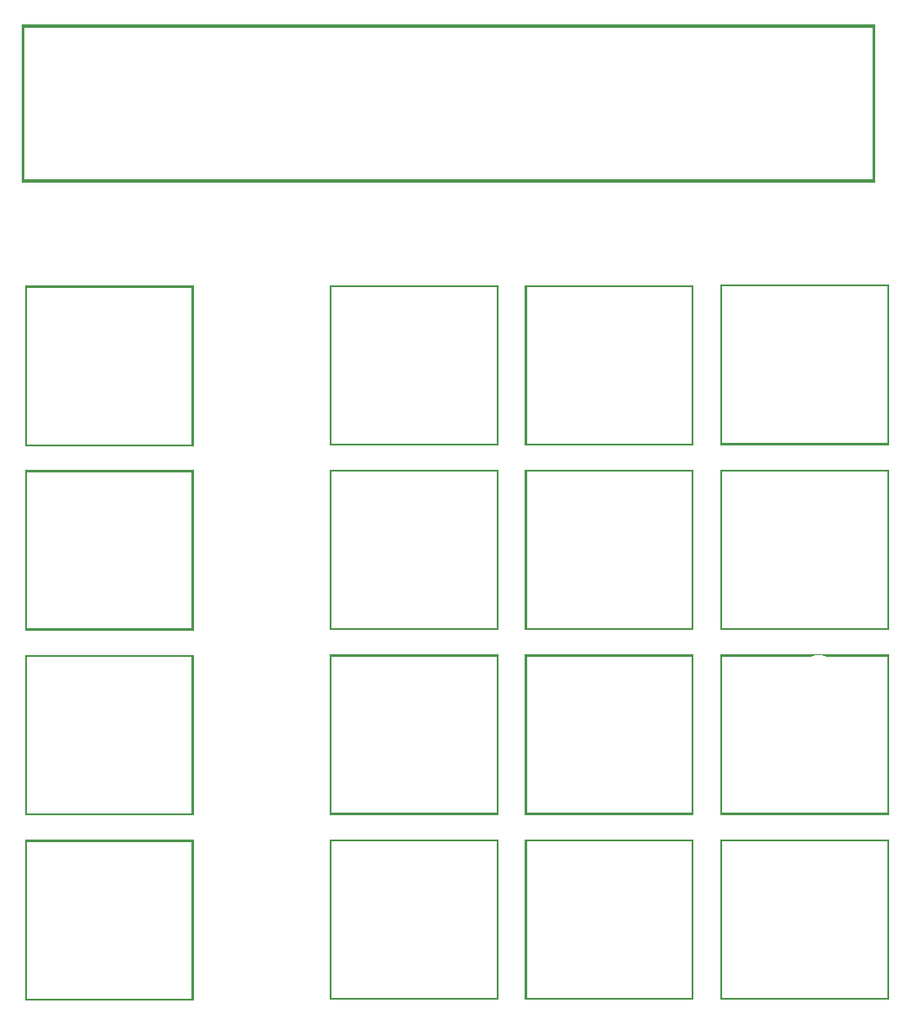
<source format=gbo>
%TF.GenerationSoftware,KiCad,Pcbnew,(5.1.10-1-10_14)*%
%TF.CreationDate,2022-02-09T21:22:39+00:00*%
%TF.ProjectId,RJ21_RJ45_PRIMARY_BREAKOUT,524a3231-5f52-44a3-9435-5f5052494d41,rev?*%
%TF.SameCoordinates,Original*%
%TF.FileFunction,Legend,Bot*%
%TF.FilePolarity,Positive*%
%FSLAX46Y46*%
G04 Gerber Fmt 4.6, Leading zero omitted, Abs format (unit mm)*
G04 Created by KiCad (PCBNEW (5.1.10-1-10_14)) date 2022-02-09 21:22:39*
%MOMM*%
%LPD*%
G01*
G04 APERTURE LIST*
%ADD10C,0.010000*%
%ADD11C,3.200000*%
%ADD12C,3.100000*%
%ADD13C,1.600000*%
%ADD14C,4.500000*%
%ADD15C,1.500000*%
G04 APERTURE END LIST*
D10*
%TO.C,J1*%
G36*
X201745674Y-75402017D02*
G01*
X201745674Y-90938351D01*
X185532007Y-90938351D01*
X185532007Y-90811351D01*
X201639841Y-90811351D01*
X201639841Y-75507851D01*
X185532007Y-75507851D01*
X185532007Y-90811351D01*
X185532007Y-90938351D01*
X185405007Y-90938351D01*
X185405007Y-75402017D01*
X201745674Y-75402017D01*
G37*
X201745674Y-75402017D02*
X201745674Y-90938351D01*
X185532007Y-90938351D01*
X185532007Y-90811351D01*
X201639841Y-90811351D01*
X201639841Y-75507851D01*
X185532007Y-75507851D01*
X185532007Y-90811351D01*
X185532007Y-90938351D01*
X185405007Y-90938351D01*
X185405007Y-75402017D01*
X201745674Y-75402017D01*
%TO.C,J2*%
G36*
X201745674Y-93402017D02*
G01*
X201745674Y-108938351D01*
X185532007Y-108938351D01*
X185532007Y-108811351D01*
X201639841Y-108811351D01*
X201639841Y-93507851D01*
X185532007Y-93507851D01*
X185532007Y-108811351D01*
X185532007Y-108938351D01*
X185405007Y-108938351D01*
X185405007Y-93402017D01*
X201745674Y-93402017D01*
G37*
X201745674Y-93402017D02*
X201745674Y-108938351D01*
X185532007Y-108938351D01*
X185532007Y-108811351D01*
X201639841Y-108811351D01*
X201639841Y-93507851D01*
X185532007Y-93507851D01*
X185532007Y-108811351D01*
X185532007Y-108938351D01*
X185405007Y-108938351D01*
X185405007Y-93402017D01*
X201745674Y-93402017D01*
%TO.C,J3*%
G36*
X201745674Y-111402017D02*
G01*
X201745674Y-126938351D01*
X185532007Y-126938351D01*
X185532007Y-126811351D01*
X201639841Y-126811351D01*
X201639841Y-111507851D01*
X185532007Y-111507851D01*
X185532007Y-126811351D01*
X185532007Y-126938351D01*
X185405007Y-126938351D01*
X185405007Y-111402017D01*
X201745674Y-111402017D01*
G37*
X201745674Y-111402017D02*
X201745674Y-126938351D01*
X185532007Y-126938351D01*
X185532007Y-126811351D01*
X201639841Y-126811351D01*
X201639841Y-111507851D01*
X185532007Y-111507851D01*
X185532007Y-126811351D01*
X185532007Y-126938351D01*
X185405007Y-126938351D01*
X185405007Y-111402017D01*
X201745674Y-111402017D01*
%TO.C,J4*%
G36*
X201745674Y-129402017D02*
G01*
X201745674Y-144938351D01*
X185532007Y-144938351D01*
X185532007Y-144811351D01*
X201639841Y-144811351D01*
X201639841Y-129507851D01*
X185532007Y-129507851D01*
X185532007Y-144811351D01*
X185532007Y-144938351D01*
X185405007Y-144938351D01*
X185405007Y-129402017D01*
X201745674Y-129402017D01*
G37*
X201745674Y-129402017D02*
X201745674Y-144938351D01*
X185532007Y-144938351D01*
X185532007Y-144811351D01*
X201639841Y-144811351D01*
X201639841Y-129507851D01*
X185532007Y-129507851D01*
X185532007Y-144811351D01*
X185532007Y-144938351D01*
X185405007Y-144938351D01*
X185405007Y-129402017D01*
X201745674Y-129402017D01*
%TO.C,J5*%
G36*
X182745674Y-75472017D02*
G01*
X182745674Y-91008351D01*
X166532007Y-91008351D01*
X166532007Y-90881351D01*
X182639841Y-90881351D01*
X182639841Y-75577851D01*
X166532007Y-75577851D01*
X166532007Y-90881351D01*
X166532007Y-91008351D01*
X166405007Y-91008351D01*
X166405007Y-75472017D01*
X182745674Y-75472017D01*
G37*
X182745674Y-75472017D02*
X182745674Y-91008351D01*
X166532007Y-91008351D01*
X166532007Y-90881351D01*
X182639841Y-90881351D01*
X182639841Y-75577851D01*
X166532007Y-75577851D01*
X166532007Y-90881351D01*
X166532007Y-91008351D01*
X166405007Y-91008351D01*
X166405007Y-75472017D01*
X182745674Y-75472017D01*
%TO.C,J6*%
G36*
X182745674Y-93402017D02*
G01*
X182745674Y-108938351D01*
X166532007Y-108938351D01*
X166532007Y-108811351D01*
X182639841Y-108811351D01*
X182639841Y-93507851D01*
X166532007Y-93507851D01*
X166532007Y-108811351D01*
X166532007Y-108938351D01*
X166405007Y-108938351D01*
X166405007Y-93402017D01*
X182745674Y-93402017D01*
G37*
X182745674Y-93402017D02*
X182745674Y-108938351D01*
X166532007Y-108938351D01*
X166532007Y-108811351D01*
X182639841Y-108811351D01*
X182639841Y-93507851D01*
X166532007Y-93507851D01*
X166532007Y-108811351D01*
X166532007Y-108938351D01*
X166405007Y-108938351D01*
X166405007Y-93402017D01*
X182745674Y-93402017D01*
%TO.C,J7*%
G36*
X182745674Y-111402017D02*
G01*
X182745674Y-126938351D01*
X166532007Y-126938351D01*
X166532007Y-126811351D01*
X182639841Y-126811351D01*
X182639841Y-111507851D01*
X166532007Y-111507851D01*
X166532007Y-126811351D01*
X166532007Y-126938351D01*
X166405007Y-126938351D01*
X166405007Y-111402017D01*
X182745674Y-111402017D01*
G37*
X182745674Y-111402017D02*
X182745674Y-126938351D01*
X166532007Y-126938351D01*
X166532007Y-126811351D01*
X182639841Y-126811351D01*
X182639841Y-111507851D01*
X166532007Y-111507851D01*
X166532007Y-126811351D01*
X166532007Y-126938351D01*
X166405007Y-126938351D01*
X166405007Y-111402017D01*
X182745674Y-111402017D01*
%TO.C,J8*%
G36*
X182745674Y-129402017D02*
G01*
X182745674Y-144938351D01*
X166532007Y-144938351D01*
X166532007Y-144811351D01*
X182639841Y-144811351D01*
X182639841Y-129507851D01*
X166532007Y-129507851D01*
X166532007Y-144811351D01*
X166532007Y-144938351D01*
X166405007Y-144938351D01*
X166405007Y-129402017D01*
X182745674Y-129402017D01*
G37*
X182745674Y-129402017D02*
X182745674Y-144938351D01*
X166532007Y-144938351D01*
X166532007Y-144811351D01*
X182639841Y-144811351D01*
X182639841Y-129507851D01*
X166532007Y-129507851D01*
X166532007Y-144811351D01*
X166532007Y-144938351D01*
X166405007Y-144938351D01*
X166405007Y-129402017D01*
X182745674Y-129402017D01*
%TO.C,J9*%
G36*
X163745674Y-75472017D02*
G01*
X163745674Y-91008351D01*
X147532007Y-91008351D01*
X147532007Y-90881351D01*
X163639841Y-90881351D01*
X163639841Y-75577851D01*
X147532007Y-75577851D01*
X147532007Y-90881351D01*
X147532007Y-91008351D01*
X147405007Y-91008351D01*
X147405007Y-75472017D01*
X163745674Y-75472017D01*
G37*
X163745674Y-75472017D02*
X163745674Y-91008351D01*
X147532007Y-91008351D01*
X147532007Y-90881351D01*
X163639841Y-90881351D01*
X163639841Y-75577851D01*
X147532007Y-75577851D01*
X147532007Y-90881351D01*
X147532007Y-91008351D01*
X147405007Y-91008351D01*
X147405007Y-75472017D01*
X163745674Y-75472017D01*
%TO.C,J10*%
G36*
X163745674Y-93402017D02*
G01*
X163745674Y-108938351D01*
X147532007Y-108938351D01*
X147532007Y-108811351D01*
X163639841Y-108811351D01*
X163639841Y-93507851D01*
X147532007Y-93507851D01*
X147532007Y-108811351D01*
X147532007Y-108938351D01*
X147405007Y-108938351D01*
X147405007Y-93402017D01*
X163745674Y-93402017D01*
G37*
X163745674Y-93402017D02*
X163745674Y-108938351D01*
X147532007Y-108938351D01*
X147532007Y-108811351D01*
X163639841Y-108811351D01*
X163639841Y-93507851D01*
X147532007Y-93507851D01*
X147532007Y-108811351D01*
X147532007Y-108938351D01*
X147405007Y-108938351D01*
X147405007Y-93402017D01*
X163745674Y-93402017D01*
%TO.C,J11*%
G36*
X163745674Y-111402017D02*
G01*
X163745674Y-126938351D01*
X147532007Y-126938351D01*
X147532007Y-126811351D01*
X163639841Y-126811351D01*
X163639841Y-111507851D01*
X147532007Y-111507851D01*
X147532007Y-126811351D01*
X147532007Y-126938351D01*
X147405007Y-126938351D01*
X147405007Y-111402017D01*
X163745674Y-111402017D01*
G37*
X163745674Y-111402017D02*
X163745674Y-126938351D01*
X147532007Y-126938351D01*
X147532007Y-126811351D01*
X163639841Y-126811351D01*
X163639841Y-111507851D01*
X147532007Y-111507851D01*
X147532007Y-126811351D01*
X147532007Y-126938351D01*
X147405007Y-126938351D01*
X147405007Y-111402017D01*
X163745674Y-111402017D01*
%TO.C,J12*%
G36*
X163745674Y-129402017D02*
G01*
X163745674Y-144938351D01*
X147532007Y-144938351D01*
X147532007Y-144811351D01*
X163639841Y-144811351D01*
X163639841Y-129507851D01*
X147532007Y-129507851D01*
X147532007Y-144811351D01*
X147532007Y-144938351D01*
X147405007Y-144938351D01*
X147405007Y-129402017D01*
X163745674Y-129402017D01*
G37*
X163745674Y-129402017D02*
X163745674Y-144938351D01*
X147532007Y-144938351D01*
X147532007Y-144811351D01*
X163639841Y-144811351D01*
X163639841Y-129507851D01*
X147532007Y-129507851D01*
X147532007Y-144811351D01*
X147532007Y-144938351D01*
X147405007Y-144938351D01*
X147405007Y-129402017D01*
X163745674Y-129402017D01*
%TO.C,J13*%
G36*
X117754326Y-126980685D02*
G01*
X117754326Y-111444351D01*
X133967993Y-111444351D01*
X133967993Y-111571351D01*
X117860159Y-111571351D01*
X117860159Y-126874851D01*
X133967993Y-126874851D01*
X133967993Y-111571351D01*
X133967993Y-111444351D01*
X134094993Y-111444351D01*
X134094993Y-126980685D01*
X117754326Y-126980685D01*
G37*
X117754326Y-126980685D02*
X117754326Y-111444351D01*
X133967993Y-111444351D01*
X133967993Y-111571351D01*
X117860159Y-111571351D01*
X117860159Y-126874851D01*
X133967993Y-126874851D01*
X133967993Y-111571351D01*
X133967993Y-111444351D01*
X134094993Y-111444351D01*
X134094993Y-126980685D01*
X117754326Y-126980685D01*
%TO.C,J14*%
G36*
X117754326Y-108980685D02*
G01*
X117754326Y-93444351D01*
X133967993Y-93444351D01*
X133967993Y-93571351D01*
X117860159Y-93571351D01*
X117860159Y-108874851D01*
X133967993Y-108874851D01*
X133967993Y-93571351D01*
X133967993Y-93444351D01*
X134094993Y-93444351D01*
X134094993Y-108980685D01*
X117754326Y-108980685D01*
G37*
X117754326Y-108980685D02*
X117754326Y-93444351D01*
X133967993Y-93444351D01*
X133967993Y-93571351D01*
X117860159Y-93571351D01*
X117860159Y-108874851D01*
X133967993Y-108874851D01*
X133967993Y-93571351D01*
X133967993Y-93444351D01*
X134094993Y-93444351D01*
X134094993Y-108980685D01*
X117754326Y-108980685D01*
%TO.C,J15*%
G36*
X117754326Y-91050685D02*
G01*
X117754326Y-75514351D01*
X133967993Y-75514351D01*
X133967993Y-75641351D01*
X117860159Y-75641351D01*
X117860159Y-90944851D01*
X133967993Y-90944851D01*
X133967993Y-75641351D01*
X133967993Y-75514351D01*
X134094993Y-75514351D01*
X134094993Y-91050685D01*
X117754326Y-91050685D01*
G37*
X117754326Y-91050685D02*
X117754326Y-75514351D01*
X133967993Y-75514351D01*
X133967993Y-75641351D01*
X117860159Y-75641351D01*
X117860159Y-90944851D01*
X133967993Y-90944851D01*
X133967993Y-75641351D01*
X133967993Y-75514351D01*
X134094993Y-75514351D01*
X134094993Y-91050685D01*
X117754326Y-91050685D01*
%TO.C,J17*%
G36*
X200450164Y-65420160D02*
G01*
X117434497Y-65420160D01*
X117434497Y-50307160D01*
X117646164Y-50307160D01*
X117646164Y-65187327D01*
X200217331Y-65187327D01*
X200217331Y-50307160D01*
X117646164Y-50307160D01*
X117434497Y-50307160D01*
X117434497Y-50095493D01*
X200450164Y-50095493D01*
X200450164Y-65420160D01*
G37*
X200450164Y-65420160D02*
X117434497Y-65420160D01*
X117434497Y-50307160D01*
X117646164Y-50307160D01*
X117646164Y-65187327D01*
X200217331Y-65187327D01*
X200217331Y-50307160D01*
X117646164Y-50307160D01*
X117434497Y-50307160D01*
X117434497Y-50095493D01*
X200450164Y-50095493D01*
X200450164Y-65420160D01*
%TO.C,J16*%
G36*
X117754326Y-144980685D02*
G01*
X117754326Y-129444351D01*
X133967993Y-129444351D01*
X133967993Y-129571351D01*
X117860159Y-129571351D01*
X117860159Y-144874851D01*
X133967993Y-144874851D01*
X133967993Y-129571351D01*
X133967993Y-129444351D01*
X134094993Y-129444351D01*
X134094993Y-144980685D01*
X117754326Y-144980685D01*
G37*
X117754326Y-144980685D02*
X117754326Y-129444351D01*
X133967993Y-129444351D01*
X133967993Y-129571351D01*
X117860159Y-129571351D01*
X117860159Y-144874851D01*
X133967993Y-144874851D01*
X133967993Y-129571351D01*
X133967993Y-129444351D01*
X134094993Y-129444351D01*
X134094993Y-144980685D01*
X117754326Y-144980685D01*
%TD*%
%LPC*%
D11*
%TO.C,REF\u002A\u002A*%
X110000000Y-160000000D03*
%TD*%
%TO.C,REF\u002A\u002A*%
X210000000Y-160000000D03*
%TD*%
%TO.C,REF\u002A\u002A*%
X210000000Y-60000000D03*
%TD*%
%TO.C,REF\u002A\u002A*%
X110000000Y-60000000D03*
%TD*%
D12*
%TO.C,J1*%
X195500000Y-88930000D03*
X195500000Y-77500000D03*
D13*
X189150002Y-80040001D03*
X189150002Y-82580002D03*
X189150002Y-85120003D03*
X189150002Y-87660004D03*
X186610009Y-86390007D03*
X186610009Y-83850006D03*
X186610009Y-81310005D03*
X186610009Y-78770000D03*
%TD*%
D12*
%TO.C,J2*%
X195500000Y-106930000D03*
X195500000Y-95500000D03*
D13*
X189150002Y-98040001D03*
X189150002Y-100580002D03*
X189150002Y-103120003D03*
X189150002Y-105660004D03*
X186610009Y-104390007D03*
X186610009Y-101850006D03*
X186610009Y-99310005D03*
X186610009Y-96770000D03*
%TD*%
%TO.C,J3*%
X186610009Y-114770000D03*
X186610009Y-117310005D03*
X186610009Y-119850006D03*
X186610009Y-122390007D03*
X189150002Y-123660004D03*
X189150002Y-121120003D03*
X189150002Y-118580002D03*
X189150002Y-116040001D03*
D12*
X195000000Y-113000000D03*
X195500000Y-124930000D03*
%TD*%
%TO.C,J4*%
X195500000Y-142930000D03*
X195500000Y-131500000D03*
D13*
X189150002Y-134040001D03*
X189150002Y-136580002D03*
X189150002Y-139120003D03*
X189150002Y-141660004D03*
X186610009Y-140390007D03*
X186610009Y-137850006D03*
X186610009Y-135310005D03*
X186610009Y-132770000D03*
%TD*%
%TO.C,J5*%
X167610009Y-78840000D03*
X167610009Y-81380005D03*
X167610009Y-83920006D03*
X167610009Y-86460007D03*
X170150002Y-87730004D03*
X170150002Y-85190003D03*
X170150002Y-82650002D03*
X170150002Y-80110001D03*
D12*
X176500000Y-77570000D03*
X176500000Y-89000000D03*
%TD*%
%TO.C,J6*%
X176500000Y-106930000D03*
X176500000Y-95500000D03*
D13*
X170150002Y-98040001D03*
X170150002Y-100580002D03*
X170150002Y-103120003D03*
X170150002Y-105660004D03*
X167610009Y-104390007D03*
X167610009Y-101850006D03*
X167610009Y-99310005D03*
X167610009Y-96770000D03*
%TD*%
%TO.C,J7*%
X167610009Y-114770000D03*
X167610009Y-117310005D03*
X167610009Y-119850006D03*
X167610009Y-122390007D03*
X170150002Y-123660004D03*
X170150002Y-121120003D03*
X170150002Y-118580002D03*
X170150002Y-116040001D03*
D12*
X176500000Y-113500000D03*
X176500000Y-124930000D03*
%TD*%
%TO.C,J8*%
X176500000Y-142930000D03*
X176500000Y-131500000D03*
D13*
X170150002Y-134040001D03*
X170150002Y-136580002D03*
X170150002Y-139120003D03*
X170150002Y-141660004D03*
X167610009Y-140390007D03*
X167610009Y-137850006D03*
X167610009Y-135310005D03*
X167610009Y-132770000D03*
%TD*%
%TO.C,J9*%
X148610009Y-78840000D03*
X148610009Y-81380005D03*
X148610009Y-83920006D03*
X148610009Y-86460007D03*
X151150002Y-87730004D03*
X151150002Y-85190003D03*
X151150002Y-82650002D03*
X151150002Y-80110001D03*
D12*
X157500000Y-77570000D03*
X157500000Y-89000000D03*
%TD*%
%TO.C,J10*%
X157500000Y-106930000D03*
X157500000Y-95500000D03*
D13*
X151150002Y-98040001D03*
X151150002Y-100580002D03*
X151150002Y-103120003D03*
X151150002Y-105660004D03*
X148610009Y-104390007D03*
X148610009Y-101850006D03*
X148610009Y-99310005D03*
X148610009Y-96770000D03*
%TD*%
%TO.C,J11*%
X148610009Y-114770000D03*
X148610009Y-117310005D03*
X148610009Y-119850006D03*
X148610009Y-122390007D03*
X151150002Y-123660004D03*
X151150002Y-121120003D03*
X151150002Y-118580002D03*
X151150002Y-116040001D03*
D12*
X157500000Y-113500000D03*
X157500000Y-124930000D03*
%TD*%
%TO.C,J12*%
X157500000Y-142930000D03*
X157500000Y-131500000D03*
D13*
X151150002Y-134040001D03*
X151150002Y-136580002D03*
X151150002Y-139120003D03*
X151150002Y-141660004D03*
X148610009Y-140390007D03*
X148610009Y-137850006D03*
X148610009Y-135310005D03*
X148610009Y-132770000D03*
%TD*%
%TO.C,J13*%
X132889991Y-123612702D03*
X132889991Y-121072697D03*
X132889991Y-118532696D03*
X132889991Y-115992695D03*
X130349998Y-114722698D03*
X130349998Y-117262699D03*
X130349998Y-119802700D03*
X130349998Y-122342701D03*
D12*
X124000000Y-124882702D03*
X124000000Y-113452702D03*
%TD*%
%TO.C,J14*%
X124000000Y-95452702D03*
X124000000Y-106882702D03*
D13*
X130349998Y-104342701D03*
X130349998Y-101802700D03*
X130349998Y-99262699D03*
X130349998Y-96722698D03*
X132889991Y-97992695D03*
X132889991Y-100532696D03*
X132889991Y-103072697D03*
X132889991Y-105612702D03*
%TD*%
%TO.C,J15*%
X132889991Y-87682702D03*
X132889991Y-85142697D03*
X132889991Y-82602696D03*
X132889991Y-80062695D03*
X130349998Y-78792698D03*
X130349998Y-81332699D03*
X130349998Y-83872700D03*
X130349998Y-86412701D03*
D12*
X124000000Y-88952702D03*
X124000000Y-77522702D03*
%TD*%
D14*
%TO.C,J17*%
X121514994Y-60954995D03*
X196364994Y-60954995D03*
D15*
X133019948Y-58809999D03*
X135179952Y-58809999D03*
X133019948Y-63100000D03*
X135179952Y-63100000D03*
X137339955Y-58809999D03*
X139499959Y-58809999D03*
X137339955Y-63100000D03*
X139499959Y-63100000D03*
X141659963Y-58809999D03*
X143819970Y-58809999D03*
X141659963Y-63100000D03*
X143819970Y-63100000D03*
X145979974Y-58809999D03*
X148139978Y-58809999D03*
X145979974Y-63100000D03*
X148139978Y-63100000D03*
X150299981Y-58809999D03*
X152459985Y-58809999D03*
X150299981Y-63100000D03*
X152459985Y-63100000D03*
X154619989Y-58809999D03*
X156779992Y-58809999D03*
X154619989Y-63100000D03*
X156779992Y-63100000D03*
X158939996Y-58809999D03*
X161100000Y-58809999D03*
X158939996Y-63100000D03*
X161100000Y-63100000D03*
X163260019Y-58809999D03*
X165420015Y-58809999D03*
X163260019Y-63100000D03*
X165420015Y-63100000D03*
X167580026Y-58809999D03*
X169740018Y-58809999D03*
X167580026Y-63100000D03*
X169740018Y-63100000D03*
X171900022Y-58809999D03*
X174060025Y-58809999D03*
X171900022Y-63100000D03*
X174060025Y-63100000D03*
X176220029Y-58809999D03*
X178380033Y-58809999D03*
X176220029Y-63100000D03*
X178380033Y-63100000D03*
X180540029Y-58809999D03*
X182700032Y-58809999D03*
X180540029Y-63100000D03*
X182700032Y-63100000D03*
X184860036Y-58809999D03*
X184860036Y-63100000D03*
%TD*%
D12*
%TO.C,J16*%
X124000000Y-131452702D03*
X124000000Y-142882702D03*
D13*
X130349998Y-140342701D03*
X130349998Y-137802700D03*
X130349998Y-135262699D03*
X130349998Y-132722698D03*
X132889991Y-133992695D03*
X132889991Y-136532696D03*
X132889991Y-139072697D03*
X132889991Y-141612702D03*
%TD*%
M02*

</source>
